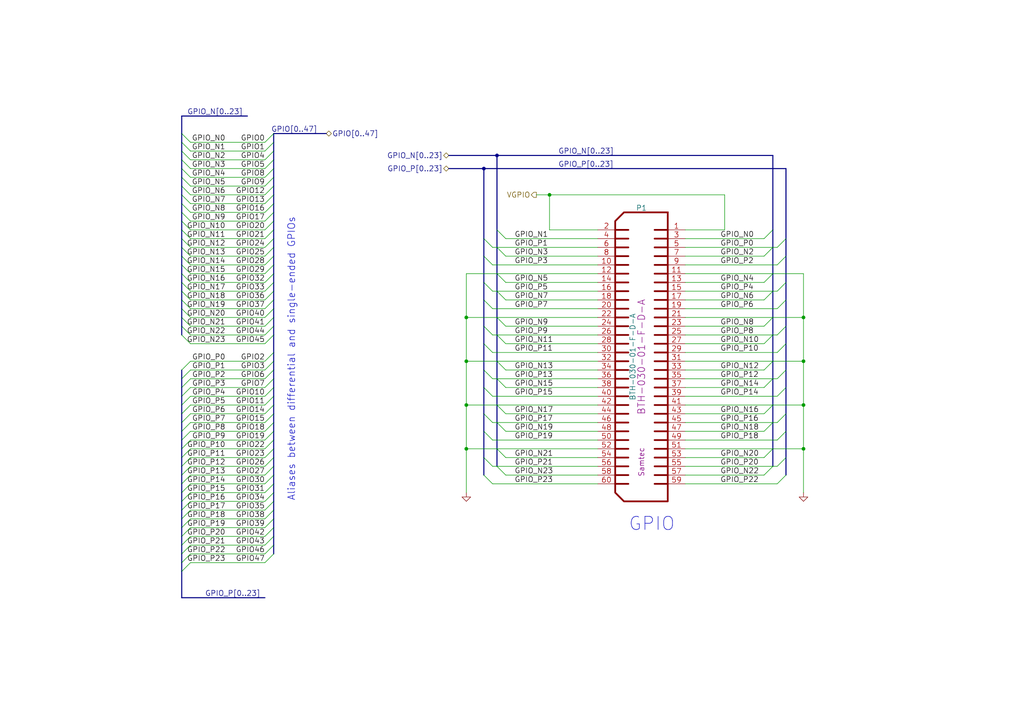
<source format=kicad_sch>
(kicad_sch (version 20211123) (generator eeschema)
  (paper "A4")
  (title_block (title "MPPB01A") (date "09 May 2014") (rev "REV 0.1") (company "ORBISYS www.orbisys.sk") (comment 1 "VERSION 1") (comment 2 "Paralella reduction board") (comment 3 "Maksim Rezenov, Jakub kakona"))
  (lib_symbols
    (symbol "adapteva_kicad:CONN_SAMTEC_BTH_60" (pin_names (offset 0.0254) hide)
      (property "Reference" "P" (at 0 43.18 0))
      (property "Value" "adapteva_kicad_CONN_SAMTEC_BTH_60" (at -2.54 0 90))
      (property "MFRPN" "BTH-030-01-F-D-A" (at 0 0 90))
      (property "Manufacturer" "Samtec" (at 0 -30.48 90))
      (symbol "CONN_SAMTEC_BTH_60_0_1"
        (polyline (pts (xy -3.81 -36.83) (xy -7.62 -36.83)) (stroke (width 0.508)))
        (polyline (pts (xy -3.81 -34.29) (xy -7.62 -34.29)) (stroke (width 0.508)))
        (polyline (pts (xy -3.81 -31.75) (xy -7.62 -31.75)) (stroke (width 0.508)))
        (polyline (pts (xy -3.81 -29.21) (xy -7.62 -29.21)) (stroke (width 0.508)))
        (polyline (pts (xy -3.81 -26.67) (xy -7.62 -26.67)) (stroke (width 0.508)))
        (polyline (pts (xy -3.81 -24.13) (xy -7.62 -24.13)) (stroke (width 0.508)))
        (polyline (pts (xy -3.81 -21.59) (xy -7.62 -21.59)) (stroke (width 0.508)))
        (polyline (pts (xy -3.81 -19.05) (xy -7.62 -19.05)) (stroke (width 0.508)))
        (polyline (pts (xy -3.81 -16.51) (xy -7.62 -16.51)) (stroke (width 0.508)))
        (polyline (pts (xy -3.81 -13.97) (xy -7.62 -13.97)) (stroke (width 0.508)))
        (polyline (pts (xy -3.81 -11.43) (xy -7.62 -11.43)) (stroke (width 0.508)))
        (polyline (pts (xy -3.81 -8.89) (xy -7.62 -8.89)) (stroke (width 0.508)))
        (polyline (pts (xy -3.81 -6.35) (xy -7.62 -6.35)) (stroke (width 0.508)))
        (polyline (pts (xy -3.81 -3.81) (xy -7.62 -3.81)) (stroke (width 0.508)))
        (polyline (pts (xy -3.81 -1.27) (xy -7.62 -1.27)) (stroke (width 0.508)))
        (polyline (pts (xy -3.81 1.27) (xy -7.62 1.27)) (stroke (width 0.508)))
        (polyline (pts (xy -3.81 3.81) (xy -7.62 3.81)) (stroke (width 0.508)))
        (polyline (pts (xy -3.81 6.35) (xy -7.62 6.35)) (stroke (width 0.508)))
        (polyline (pts (xy -3.81 8.89) (xy -7.62 8.89)) (stroke (width 0.508)))
        (polyline (pts (xy -3.81 11.43) (xy -7.62 11.43)) (stroke (width 0.508)))
        (polyline (pts (xy -3.81 13.97) (xy -7.62 13.97)) (stroke (width 0.508)))
        (polyline (pts (xy -3.81 16.51) (xy -7.62 16.51)) (stroke (width 0.508)))
        (polyline (pts (xy -3.81 19.05) (xy -7.62 19.05)) (stroke (width 0.508)))
        (polyline (pts (xy -3.81 21.59) (xy -7.62 21.59)) (stroke (width 0.508)))
        (polyline (pts (xy -3.81 24.13) (xy -7.62 24.13)) (stroke (width 0.508)))
        (polyline (pts (xy -3.81 26.67) (xy -7.62 26.67)) (stroke (width 0.508)))
        (polyline (pts (xy -3.81 29.21) (xy -7.62 29.21)) (stroke (width 0.508)))
        (polyline (pts (xy -3.81 31.75) (xy -7.62 31.75)) (stroke (width 0.508)))
        (polyline (pts (xy -3.81 34.29) (xy -7.62 34.29)) (stroke (width 0.508)))
        (polyline (pts (xy -3.81 36.83) (xy -7.62 36.83)) (stroke (width 0.508)))
        (polyline (pts (xy 7.62 -36.83) (xy 3.81 -36.83)) (stroke (width 0.508)))
        (polyline (pts (xy 7.62 -34.29) (xy 3.81 -34.29)) (stroke (width 0.508)))
        (polyline (pts (xy 7.62 -31.75) (xy 3.81 -31.75)) (stroke (width 0.508)))
        (polyline (pts (xy 7.62 -29.21) (xy 3.81 -29.21)) (stroke (width 0.508)))
        (polyline (pts (xy 7.62 -26.67) (xy 3.81 -26.67)) (stroke (width 0.508)))
        (polyline (pts (xy 7.62 -24.13) (xy 3.81 -24.13)) (stroke (width 0.508)))
        (polyline (pts (xy 7.62 -21.59) (xy 3.81 -21.59)) (stroke (width 0.508)))
        (polyline (pts (xy 7.62 -19.05) (xy 3.81 -19.05)) (stroke (width 0.508)))
        (polyline (pts (xy 7.62 -16.51) (xy 3.81 -16.51)) (stroke (width 0.508)))
        (polyline (pts (xy 7.62 -13.97) (xy 3.81 -13.97)) (stroke (width 0.508)))
        (polyline (pts (xy 7.62 -11.43) (xy 3.81 -11.43)) (stroke (width 0.508)))
        (polyline (pts (xy 7.62 -8.89) (xy 3.81 -8.89)) (stroke (width 0.508)))
        (polyline (pts (xy 7.62 -6.35) (xy 3.81 -6.35)) (stroke (width 0.508)))
        (polyline (pts (xy 7.62 -3.81) (xy 3.81 -3.81)) (stroke (width 0.508)))
        (polyline (pts (xy 7.62 -1.27) (xy 3.81 -1.27)) (stroke (width 0.508)))
        (polyline (pts (xy 7.62 1.27) (xy 3.81 1.27)) (stroke (width 0.508)))
        (polyline (pts (xy 7.62 3.81) (xy 3.81 3.81)) (stroke (width 0.508)))
        (polyline (pts (xy 7.62 6.35) (xy 3.81 6.35)) (stroke (width 0.508)))
        (polyline (pts (xy 7.62 8.89) (xy 3.81 8.89)) (stroke (width 0.508)))
        (polyline (pts (xy 7.62 11.43) (xy 3.81 11.43)) (stroke (width 0.508)))
        (polyline (pts (xy 7.62 13.97) (xy 3.81 13.97)) (stroke (width 0.508)))
        (polyline (pts (xy 7.62 16.51) (xy 3.81 16.51)) (stroke (width 0.508)))
        (polyline (pts (xy 7.62 19.05) (xy 3.81 19.05)) (stroke (width 0.508)))
        (polyline (pts (xy 7.62 21.59) (xy 3.81 21.59)) (stroke (width 0.508)))
        (polyline (pts (xy 7.62 24.13) (xy 3.81 24.13)) (stroke (width 0.508)))
        (polyline (pts (xy 7.62 26.67) (xy 3.81 26.67)) (stroke (width 0.508)))
        (polyline (pts (xy 7.62 29.21) (xy 3.81 29.21)) (stroke (width 0.508)))
        (polyline (pts (xy 7.62 31.75) (xy 3.81 31.75)) (stroke (width 0.508)))
        (polyline (pts (xy 7.62 34.29) (xy 3.81 34.29)) (stroke (width 0.508)))
        (polyline (pts (xy 7.62 36.83) (xy 3.81 36.83)) (stroke (width 0.508)))
        (polyline (pts (xy 7.62 41.91) (xy -5.08 41.91) (xy -7.62 39.37) (xy -7.62 -39.37) (xy -5.08 -41.91) (xy 7.62 -41.91) (xy 7.62 41.91)) (stroke (width 0.508)))
      )
      (symbol "CONN_SAMTEC_BTH_60_1_1"
        (pin passive line (at 12.7 36.83 180) (length 5.08) (name "P1") (number "1"))
        (pin passive line (at -12.7 26.67 0) (length 5.08) (name "P10") (number "10"))
        (pin passive line (at 12.7 24.13 180) (length 5.08) (name "P11") (number "11"))
        (pin passive line (at -12.7 24.13 0) (length 5.08) (name "P12") (number "12"))
        (pin passive line (at 12.7 21.59 180) (length 5.08) (name "P13") (number "13"))
        (pin passive line (at -12.7 21.59 0) (length 5.08) (name "P14") (number "14"))
        (pin passive line (at 12.7 19.05 180) (length 5.08) (name "P15") (number "15"))
        (pin passive line (at -12.7 19.05 0) (length 5.08) (name "P16") (number "16"))
        (pin passive line (at 12.7 16.51 180) (length 5.08) (name "P17") (number "17"))
        (pin passive line (at -12.7 16.51 0) (length 5.08) (name "P18") (number "18"))
        (pin passive line (at 12.7 13.97 180) (length 5.08) (name "P19") (number "19"))
        (pin passive line (at -12.7 36.83 0) (length 5.08) (name "P2") (number "2"))
        (pin passive line (at -12.7 13.97 0) (length 5.08) (name "P20") (number "20"))
        (pin passive line (at 12.7 11.43 180) (length 5.08) (name "P21") (number "21"))
        (pin passive line (at -12.7 11.43 0) (length 5.08) (name "P22") (number "22"))
        (pin passive line (at 12.7 8.89 180) (length 5.08) (name "P23") (number "23"))
        (pin passive line (at -12.7 8.89 0) (length 5.08) (name "P24") (number "24"))
        (pin passive line (at 12.7 6.35 180) (length 5.08) (name "P25") (number "25"))
        (pin passive line (at -12.7 6.35 0) (length 5.08) (name "P26") (number "26"))
        (pin passive line (at 12.7 3.81 180) (length 5.08) (name "P27") (number "27"))
        (pin passive line (at -12.7 3.81 0) (length 5.08) (name "P28") (number "28"))
        (pin passive line (at 12.7 1.27 180) (length 5.08) (name "P29") (number "29"))
        (pin passive line (at 12.7 34.29 180) (length 5.08) (name "P3") (number "3"))
        (pin passive line (at -12.7 1.27 0) (length 5.08) (name "P30") (number "30"))
        (pin passive line (at 12.7 -1.27 180) (length 5.08) (name "P31") (number "31"))
        (pin passive line (at -12.7 -1.27 0) (length 5.08) (name "P32") (number "32"))
        (pin passive line (at 12.7 -3.81 180) (length 5.08) (name "P33") (number "33"))
        (pin passive line (at -12.7 -3.81 0) (length 5.08) (name "P34") (number "34"))
        (pin passive line (at 12.7 -6.35 180) (length 5.08) (name "P35") (number "35"))
        (pin passive line (at -12.7 -6.35 0) (length 5.08) (name "P36") (number "36"))
        (pin passive line (at 12.7 -8.89 180) (length 5.08) (name "P37") (number "37"))
        (pin passive line (at -12.7 -8.89 0) (length 5.08) (name "P38") (number "38"))
        (pin passive line (at 12.7 -11.43 180) (length 5.08) (name "P39") (number "39"))
        (pin passive line (at -12.7 34.29 0) (length 5.08) (name "P4") (number "4"))
        (pin passive line (at -12.7 -11.43 0) (length 5.08) (name "P40") (number "40"))
        (pin passive line (at 12.7 -13.97 180) (length 5.08) (name "P41") (number "41"))
        (pin passive line (at -12.7 -13.97 0) (length 5.08) (name "P42") (number "42"))
        (pin passive line (at 12.7 -16.51 180) (length 5.08) (name "P43") (number "43"))
        (pin passive line (at -12.7 -16.51 0) (length 5.08) (name "P44") (number "44"))
        (pin passive line (at 12.7 -19.05 180) (length 5.08) (name "P45") (number "45"))
        (pin passive line (at -12.7 -19.05 0) (length 5.08) (name "P46") (number "46"))
        (pin passive line (at 12.7 -21.59 180) (length 5.08) (name "P47") (number "47"))
        (pin passive line (at -12.7 -21.59 0) (length 5.08) (name "P48") (number "48"))
        (pin passive line (at 12.7 -24.13 180) (length 5.08) (name "P49") (number "49"))
        (pin passive line (at 12.7 31.75 180) (length 5.08) (name "P5") (number "5"))
        (pin passive line (at -12.7 -24.13 0) (length 5.08) (name "P50") (number "50"))
        (pin passive line (at 12.7 -26.67 180) (length 5.08) (name "P51") (number "51"))
        (pin passive line (at -12.7 -26.67 0) (length 5.08) (name "P52") (number "52"))
        (pin passive line (at 12.7 -29.21 180) (length 5.08) (name "P53") (number "53"))
        (pin passive line (at -12.7 -29.21 0) (length 5.08) (name "P54") (number "54"))
        (pin passive line (at 12.7 -31.75 180) (length 5.08) (name "P55") (number "55"))
        (pin passive line (at -12.7 -31.75 0) (length 5.08) (name "P56") (number "56"))
        (pin passive line (at 12.7 -34.29 180) (length 5.08) (name "P57") (number "57"))
        (pin passive line (at -12.7 -34.29 0) (length 5.08) (name "P58") (number "58"))
        (pin passive line (at 12.7 -36.83 180) (length 5.08) (name "P59") (number "59"))
        (pin passive line (at -12.7 31.75 0) (length 5.08) (name "P6") (number "6"))
        (pin passive line (at -12.7 -36.83 0) (length 5.08) (name "P60") (number "60"))
        (pin passive line (at 12.7 29.21 180) (length 5.08) (name "P7") (number "7"))
        (pin passive line (at -12.7 29.21 0) (length 5.08) (name "P8") (number "8"))
        (pin passive line (at 12.7 26.67 180) (length 5.08) (name "P9") (number "9"))
      )
    )
    (symbol "paracard-template-rescue:GND-power" (power) (pin_names (offset 0))
      (property "Value" "GND-power" (at 0 -3.81 0))
      (symbol "GND-power_0_1"
        (polyline (pts (xy 0 0) (xy 0 -1.27) (xy 1.27 -1.27) (xy 0 -2.54) (xy -1.27 -1.27) (xy 0 -1.27)))
      )
      (symbol "GND-power_1_1"
        (pin power_in line (at 0 0 270) (length 0) hide (name "GND") (number "1"))
      )
    )
  )
  (junction (at 233.045 104.775))
  (junction (at 135.255 92.075))
  (junction (at 135.255 104.775))
  (junction (at 135.255 130.175))
  (junction (at 135.255 117.475))
  (junction (at 233.045 92.075))
  (junction (at 159.385 56.515))
  (junction (at 233.045 130.175))
  (junction (at 140.335 48.895))
  (junction (at 144.145 45.085))
  (junction (at 233.045 117.475))
  (bus_entry (at 144.145 135.255) (size 2.54 2.54))
  (bus_entry (at 52.705 117.475) (size 2.54 -2.54))
  (bus_entry (at 140.335 99.695) (size 2.54 2.54))
  (bus_entry (at 76.835 130.175) (size 2.54 -2.54))
  (bus_entry (at 76.835 71.755) (size 2.54 -2.54))
  (bus_entry (at 76.835 120.015) (size 2.54 -2.54))
  (bus_entry (at 225.425 97.155) (size 2.54 -2.54))
  (bus_entry (at 52.705 84.455) (size 2.54 2.54))
  (bus_entry (at 52.705 145.415) (size 2.54 -2.54))
  (bus_entry (at 76.835 43.815) (size 2.54 -2.54))
  (bus_entry (at 225.425 109.855) (size 2.54 -2.54))
  (bus_entry (at 76.835 158.115) (size 2.54 -2.54))
  (bus_entry (at 76.835 155.575) (size 2.54 -2.54))
  (bus_entry (at 52.705 38.735) (size 2.54 2.54))
  (bus_entry (at 52.705 120.015) (size 2.54 -2.54))
  (bus_entry (at 76.835 127.635) (size 2.54 -2.54))
  (bus_entry (at 221.615 120.015) (size 2.54 -2.54))
  (bus_entry (at 76.835 99.695) (size 2.54 -2.54))
  (bus_entry (at 52.705 86.995) (size 2.54 2.54))
  (bus_entry (at 76.835 125.095) (size 2.54 -2.54))
  (bus_entry (at 76.835 56.515) (size 2.54 -2.54))
  (bus_entry (at 140.335 132.715) (size 2.54 2.54))
  (bus_entry (at 144.145 104.775) (size 2.54 2.54))
  (bus_entry (at 52.705 59.055) (size 2.54 2.54))
  (bus_entry (at 144.145 79.375) (size 2.54 2.54))
  (bus_entry (at 76.835 107.315) (size 2.54 -2.54))
  (bus_entry (at 76.835 51.435) (size 2.54 -2.54))
  (bus_entry (at 221.615 125.095) (size 2.54 -2.54))
  (bus_entry (at 52.705 51.435) (size 2.54 2.54))
  (bus_entry (at 144.145 97.155) (size 2.54 2.54))
  (bus_entry (at 76.835 64.135) (size 2.54 -2.54))
  (bus_entry (at 76.835 53.975) (size 2.54 -2.54))
  (bus_entry (at 76.835 61.595) (size 2.54 -2.54))
  (bus_entry (at 225.425 114.935) (size 2.54 -2.54))
  (bus_entry (at 52.705 76.835) (size 2.54 2.54))
  (bus_entry (at 76.835 69.215) (size 2.54 -2.54))
  (bus_entry (at 52.705 64.135) (size 2.54 2.54))
  (bus_entry (at 144.145 130.175) (size 2.54 2.54))
  (bus_entry (at 52.705 41.275) (size 2.54 2.54))
  (bus_entry (at 221.615 137.795) (size 2.54 -2.54))
  (bus_entry (at 76.835 142.875) (size 2.54 -2.54))
  (bus_entry (at 140.335 112.395) (size 2.54 2.54))
  (bus_entry (at 52.705 53.975) (size 2.54 2.54))
  (bus_entry (at 76.835 41.275) (size 2.54 -2.54))
  (bus_entry (at 76.835 112.395) (size 2.54 -2.54))
  (bus_entry (at 221.615 112.395) (size 2.54 -2.54))
  (bus_entry (at 52.705 158.115) (size 2.54 -2.54))
  (bus_entry (at 76.835 86.995) (size 2.54 -2.54))
  (bus_entry (at 52.705 48.895) (size 2.54 2.54))
  (bus_entry (at 225.425 76.835) (size 2.54 -2.54))
  (bus_entry (at 76.835 163.195) (size 2.54 -2.54))
  (bus_entry (at 76.835 114.935) (size 2.54 -2.54))
  (bus_entry (at 52.705 132.715) (size 2.54 -2.54))
  (bus_entry (at 52.705 160.655) (size 2.54 -2.54))
  (bus_entry (at 52.705 142.875) (size 2.54 -2.54))
  (bus_entry (at 225.425 122.555) (size 2.54 -2.54))
  (bus_entry (at 52.705 69.215) (size 2.54 2.54))
  (bus_entry (at 144.145 122.555) (size 2.54 2.54))
  (bus_entry (at 52.705 79.375) (size 2.54 2.54))
  (bus_entry (at 221.615 99.695) (size 2.54 -2.54))
  (bus_entry (at 52.705 94.615) (size 2.54 2.54))
  (bus_entry (at 52.705 165.735) (size 2.54 -2.54))
  (bus_entry (at 144.145 84.455) (size 2.54 2.54))
  (bus_entry (at 76.835 74.295) (size 2.54 -2.54))
  (bus_entry (at 140.335 74.295) (size 2.54 2.54))
  (bus_entry (at 76.835 76.835) (size 2.54 -2.54))
  (bus_entry (at 76.835 94.615) (size 2.54 -2.54))
  (bus_entry (at 76.835 59.055) (size 2.54 -2.54))
  (bus_entry (at 76.835 109.855) (size 2.54 -2.54))
  (bus_entry (at 221.615 81.915) (size 2.54 -2.54))
  (bus_entry (at 140.335 137.795) (size 2.54 2.54))
  (bus_entry (at 52.705 107.315) (size 2.54 -2.54))
  (bus_entry (at 76.835 132.715) (size 2.54 -2.54))
  (bus_entry (at 140.335 81.915) (size 2.54 2.54))
  (bus_entry (at 76.835 66.675) (size 2.54 -2.54))
  (bus_entry (at 52.705 150.495) (size 2.54 -2.54))
  (bus_entry (at 52.705 125.095) (size 2.54 -2.54))
  (bus_entry (at 76.835 92.075) (size 2.54 -2.54))
  (bus_entry (at 225.425 84.455) (size 2.54 -2.54))
  (bus_entry (at 52.705 81.915) (size 2.54 2.54))
  (bus_entry (at 52.705 109.855) (size 2.54 -2.54))
  (bus_entry (at 52.705 147.955) (size 2.54 -2.54))
  (bus_entry (at 144.145 66.675) (size 2.54 2.54))
  (bus_entry (at 52.705 127.635) (size 2.54 -2.54))
  (bus_entry (at 76.835 104.775) (size 2.54 -2.54))
  (bus_entry (at 76.835 153.035) (size 2.54 -2.54))
  (bus_entry (at 52.705 155.575) (size 2.54 -2.54))
  (bus_entry (at 144.145 71.755) (size 2.54 2.54))
  (bus_entry (at 144.145 117.475) (size 2.54 2.54))
  (bus_entry (at 52.705 46.355) (size 2.54 2.54))
  (bus_entry (at 225.425 135.255) (size 2.54 -2.54))
  (bus_entry (at 221.615 86.995) (size 2.54 -2.54))
  (bus_entry (at 76.835 46.355) (size 2.54 -2.54))
  (bus_entry (at 221.615 94.615) (size 2.54 -2.54))
  (bus_entry (at 76.835 135.255) (size 2.54 -2.54))
  (bus_entry (at 140.335 125.095) (size 2.54 2.54))
  (bus_entry (at 76.835 79.375) (size 2.54 -2.54))
  (bus_entry (at 140.335 107.315) (size 2.54 2.54))
  (bus_entry (at 52.705 74.295) (size 2.54 2.54))
  (bus_entry (at 52.705 97.155) (size 2.54 2.54))
  (bus_entry (at 225.425 140.335) (size 2.54 -2.54))
  (bus_entry (at 52.705 112.395) (size 2.54 -2.54))
  (bus_entry (at 76.835 89.535) (size 2.54 -2.54))
  (bus_entry (at 76.835 140.335) (size 2.54 -2.54))
  (bus_entry (at 52.705 61.595) (size 2.54 2.54))
  (bus_entry (at 225.425 127.635) (size 2.54 -2.54))
  (bus_entry (at 52.705 43.815) (size 2.54 2.54))
  (bus_entry (at 76.835 48.895) (size 2.54 -2.54))
  (bus_entry (at 76.835 145.415) (size 2.54 -2.54))
  (bus_entry (at 140.335 69.215) (size 2.54 2.54))
  (bus_entry (at 52.705 153.035) (size 2.54 -2.54))
  (bus_entry (at 52.705 89.535) (size 2.54 2.54))
  (bus_entry (at 140.335 120.015) (size 2.54 2.54))
  (bus_entry (at 52.705 135.255) (size 2.54 -2.54))
  (bus_entry (at 76.835 137.795) (size 2.54 -2.54))
  (bus_entry (at 52.705 66.675) (size 2.54 2.54))
  (bus_entry (at 52.705 122.555) (size 2.54 -2.54))
  (bus_entry (at 225.425 102.235) (size 2.54 -2.54))
  (bus_entry (at 76.835 150.495) (size 2.54 -2.54))
  (bus_entry (at 76.835 84.455) (size 2.54 -2.54))
  (bus_entry (at 52.705 56.515) (size 2.54 2.54))
  (bus_entry (at 76.835 117.475) (size 2.54 -2.54))
  (bus_entry (at 221.615 69.215) (size 2.54 -2.54))
  (bus_entry (at 225.425 71.755) (size 2.54 -2.54))
  (bus_entry (at 76.835 122.555) (size 2.54 -2.54))
  (bus_entry (at 52.705 71.755) (size 2.54 2.54))
  (bus_entry (at 76.835 81.915) (size 2.54 -2.54))
  (bus_entry (at 76.835 160.655) (size 2.54 -2.54))
  (bus_entry (at 140.335 86.995) (size 2.54 2.54))
  (bus_entry (at 52.705 163.195) (size 2.54 -2.54))
  (bus_entry (at 52.705 130.175) (size 2.54 -2.54))
  (bus_entry (at 144.145 92.075) (size 2.54 2.54))
  (bus_entry (at 221.615 132.715) (size 2.54 -2.54))
  (bus_entry (at 76.835 147.955) (size 2.54 -2.54))
  (bus_entry (at 52.705 114.935) (size 2.54 -2.54))
  (bus_entry (at 144.145 109.855) (size 2.54 2.54))
  (bus_entry (at 52.705 137.795) (size 2.54 -2.54))
  (bus_entry (at 76.835 97.155) (size 2.54 -2.54))
  (bus_entry (at 52.705 92.075) (size 2.54 2.54))
  (bus_entry (at 221.615 74.295) (size 2.54 -2.54))
  (bus_entry (at 140.335 94.615) (size 2.54 2.54))
  (bus_entry (at 221.615 107.315) (size 2.54 -2.54))
  (bus_entry (at 52.705 140.335) (size 2.54 -2.54))
  (bus_entry (at 225.425 89.535) (size 2.54 -2.54))
  (bus (pts (xy 79.375 142.875) (xy 79.375 145.415)))
  (wire (pts (xy 55.245 135.255) (xy 76.835 135.255)))
  (wire (pts (xy 55.245 109.855) (xy 76.835 109.855)))
  (wire (pts (xy 198.755 122.555) (xy 224.155 122.555)))
  (wire (pts (xy 198.755 74.295) (xy 221.615 74.295)))
  (bus (pts (xy 227.965 74.295) (xy 227.965 81.915)))
  (bus (pts (xy 227.965 69.215) (xy 227.965 74.295)))
  (bus (pts (xy 79.375 38.735) (xy 79.375 41.275)))
  (bus (pts (xy 79.375 71.755) (xy 79.375 74.295)))
  (wire (pts (xy 142.875 97.155) (xy 144.145 97.155)))
  (wire (pts (xy 135.255 79.375) (xy 144.145 79.375)))
  (wire (pts (xy 144.145 109.855) (xy 173.355 109.855)))
  (wire (pts (xy 55.245 163.195) (xy 76.835 163.195)))
  (bus (pts (xy 144.145 122.555) (xy 144.145 130.175)))
  (bus (pts (xy 79.375 120.015) (xy 79.375 122.555)))
  (bus (pts (xy 227.965 120.015) (xy 227.965 125.095)))
  (bus (pts (xy 52.705 107.315) (xy 52.705 109.855)))
  (wire (pts (xy 198.755 102.235) (xy 225.425 102.235)))
  (bus (pts (xy 79.375 59.055) (xy 79.375 61.595)))
  (bus (pts (xy 79.375 132.715) (xy 79.375 135.255)))
  (wire (pts (xy 224.155 84.455) (xy 225.425 84.455)))
  (wire (pts (xy 144.145 122.555) (xy 173.355 122.555)))
  (wire (pts (xy 144.145 97.155) (xy 173.355 97.155)))
  (bus (pts (xy 79.375 66.675) (xy 79.375 69.215)))
  (wire (pts (xy 146.685 112.395) (xy 173.355 112.395)))
  (bus (pts (xy 224.155 117.475) (xy 224.155 122.555)))
  (bus (pts (xy 79.375 137.795) (xy 79.375 140.335)))
  (bus (pts (xy 79.375 122.555) (xy 79.375 125.095)))
  (wire (pts (xy 198.755 97.155) (xy 224.155 97.155)))
  (wire (pts (xy 135.255 130.175) (xy 144.145 130.175)))
  (bus (pts (xy 140.335 69.215) (xy 140.335 74.295)))
  (wire (pts (xy 173.355 89.535) (xy 142.875 89.535)))
  (bus (pts (xy 144.145 45.085) (xy 144.145 66.675)))
  (bus (pts (xy 52.705 132.715) (xy 52.705 135.255)))
  (bus (pts (xy 79.375 94.615) (xy 79.375 97.155)))
  (bus (pts (xy 52.705 84.455) (xy 52.705 86.995)))
  (bus (pts (xy 130.175 48.895) (xy 140.335 48.895)))
  (bus (pts (xy 79.375 153.035) (xy 79.375 155.575)))
  (wire (pts (xy 146.685 99.695) (xy 173.355 99.695)))
  (wire (pts (xy 55.245 114.935) (xy 76.835 114.935)))
  (bus (pts (xy 79.375 92.075) (xy 79.375 94.615)))
  (wire (pts (xy 142.875 135.255) (xy 144.145 135.255)))
  (bus (pts (xy 224.155 71.755) (xy 224.155 79.375)))
  (bus (pts (xy 52.705 155.575) (xy 52.705 158.115)))
  (bus (pts (xy 52.705 76.835) (xy 52.705 79.375)))
  (wire (pts (xy 224.155 135.255) (xy 225.425 135.255)))
  (wire (pts (xy 55.245 81.915) (xy 76.835 81.915)))
  (bus (pts (xy 79.375 74.295) (xy 79.375 76.835)))
  (wire (pts (xy 159.385 56.515) (xy 210.185 56.515)))
  (wire (pts (xy 144.145 130.175) (xy 173.355 130.175)))
  (wire (pts (xy 144.145 135.255) (xy 173.355 135.255)))
  (wire (pts (xy 55.245 51.435) (xy 76.835 51.435)))
  (bus (pts (xy 144.145 66.675) (xy 144.145 71.755)))
  (bus (pts (xy 52.705 150.495) (xy 52.705 153.035)))
  (bus (pts (xy 52.705 173.355) (xy 76.835 173.355)))
  (wire (pts (xy 173.355 69.215) (xy 146.685 69.215)))
  (wire (pts (xy 198.755 130.175) (xy 224.155 130.175)))
  (bus (pts (xy 52.705 137.795) (xy 52.705 140.335)))
  (bus (pts (xy 52.705 135.255) (xy 52.705 137.795)))
  (wire (pts (xy 55.245 59.055) (xy 76.835 59.055)))
  (wire (pts (xy 159.385 66.675) (xy 159.385 56.515)))
  (bus (pts (xy 52.705 114.935) (xy 52.705 117.475)))
  (wire (pts (xy 55.245 46.355) (xy 76.835 46.355)))
  (wire (pts (xy 55.245 107.315) (xy 76.835 107.315)))
  (wire (pts (xy 55.245 137.795) (xy 76.835 137.795)))
  (bus (pts (xy 144.145 71.755) (xy 144.145 79.375)))
  (bus (pts (xy 79.375 81.915) (xy 79.375 84.455)))
  (wire (pts (xy 146.685 86.995) (xy 173.355 86.995)))
  (wire (pts (xy 55.245 150.495) (xy 76.835 150.495)))
  (wire (pts (xy 55.245 97.155) (xy 76.835 97.155)))
  (wire (pts (xy 144.145 104.775) (xy 173.355 104.775)))
  (bus (pts (xy 224.155 45.085) (xy 224.155 66.675)))
  (wire (pts (xy 224.155 92.075) (xy 233.045 92.075)))
  (wire (pts (xy 135.255 117.475) (xy 144.145 117.475)))
  (wire (pts (xy 55.245 140.335) (xy 76.835 140.335)))
  (wire (pts (xy 55.245 61.595) (xy 76.835 61.595)))
  (bus (pts (xy 140.335 81.915) (xy 140.335 86.995)))
  (bus (pts (xy 79.375 145.415) (xy 79.375 147.955)))
  (wire (pts (xy 233.045 117.475) (xy 233.045 130.175)))
  (wire (pts (xy 198.755 84.455) (xy 224.155 84.455)))
  (bus (pts (xy 52.705 59.055) (xy 52.705 61.595)))
  (wire (pts (xy 146.685 81.915) (xy 173.355 81.915)))
  (wire (pts (xy 55.245 69.215) (xy 76.835 69.215)))
  (bus (pts (xy 52.705 109.855) (xy 52.705 112.395)))
  (wire (pts (xy 198.755 86.995) (xy 221.615 86.995)))
  (wire (pts (xy 55.245 104.775) (xy 76.835 104.775)))
  (bus (pts (xy 79.375 155.575) (xy 79.375 158.115)))
  (bus (pts (xy 227.965 99.695) (xy 227.965 107.315)))
  (bus (pts (xy 52.705 92.075) (xy 52.705 94.615)))
  (bus (pts (xy 224.155 84.455) (xy 224.155 92.075)))
  (bus (pts (xy 140.335 74.295) (xy 140.335 81.915)))
  (wire (pts (xy 135.255 79.375) (xy 135.255 92.075)))
  (wire (pts (xy 210.185 56.515) (xy 210.185 66.675)))
  (wire (pts (xy 55.245 117.475) (xy 76.835 117.475)))
  (bus (pts (xy 79.375 117.475) (xy 79.375 120.015)))
  (bus (pts (xy 227.965 112.395) (xy 227.965 120.015)))
  (bus (pts (xy 52.705 71.755) (xy 52.705 74.295)))
  (wire (pts (xy 198.755 79.375) (xy 224.155 79.375)))
  (wire (pts (xy 144.145 71.755) (xy 173.355 71.755)))
  (wire (pts (xy 55.245 130.175) (xy 76.835 130.175)))
  (wire (pts (xy 198.755 81.915) (xy 221.615 81.915)))
  (bus (pts (xy 79.375 109.855) (xy 79.375 112.395)))
  (bus (pts (xy 52.705 66.675) (xy 52.705 69.215)))
  (bus (pts (xy 227.965 94.615) (xy 227.965 99.695)))
  (bus (pts (xy 79.375 127.635) (xy 79.375 130.175)))
  (bus (pts (xy 224.155 79.375) (xy 224.155 84.455)))
  (wire (pts (xy 146.685 125.095) (xy 173.355 125.095)))
  (wire (pts (xy 55.245 89.535) (xy 76.835 89.535)))
  (wire (pts (xy 198.755 125.095) (xy 221.615 125.095)))
  (bus (pts (xy 227.965 125.095) (xy 227.965 132.715)))
  (bus (pts (xy 79.375 38.735) (xy 94.615 38.735)))
  (wire (pts (xy 233.045 130.175) (xy 233.045 142.875)))
  (bus (pts (xy 52.705 51.435) (xy 52.705 53.975)))
  (wire (pts (xy 142.875 84.455) (xy 144.145 84.455)))
  (bus (pts (xy 144.145 84.455) (xy 144.145 92.075)))
  (wire (pts (xy 159.385 66.675) (xy 173.355 66.675)))
  (wire (pts (xy 55.245 74.295) (xy 76.835 74.295)))
  (wire (pts (xy 224.155 79.375) (xy 233.045 79.375)))
  (bus (pts (xy 224.155 122.555) (xy 224.155 130.175)))
  (wire (pts (xy 55.245 122.555) (xy 76.835 122.555)))
  (wire (pts (xy 55.245 147.955) (xy 76.835 147.955)))
  (wire (pts (xy 55.245 53.975) (xy 76.835 53.975)))
  (wire (pts (xy 55.245 99.695) (xy 76.835 99.695)))
  (wire (pts (xy 55.245 120.015) (xy 76.835 120.015)))
  (wire (pts (xy 55.245 112.395) (xy 76.835 112.395)))
  (wire (pts (xy 135.255 104.775) (xy 144.145 104.775)))
  (bus (pts (xy 79.375 130.175) (xy 79.375 132.715)))
  (bus (pts (xy 79.375 135.255) (xy 79.375 137.795)))
  (bus (pts (xy 52.705 117.475) (xy 52.705 120.015)))
  (bus (pts (xy 52.705 86.995) (xy 52.705 89.535)))
  (bus (pts (xy 79.375 48.895) (xy 79.375 51.435)))
  (bus (pts (xy 52.705 43.815) (xy 52.705 46.355)))
  (wire (pts (xy 146.685 137.795) (xy 173.355 137.795)))
  (wire (pts (xy 233.045 104.775) (xy 233.045 117.475)))
  (wire (pts (xy 198.755 107.315) (xy 221.615 107.315)))
  (bus (pts (xy 144.145 92.075) (xy 144.145 97.155)))
  (bus (pts (xy 52.705 33.655) (xy 71.755 33.655)))
  (wire (pts (xy 135.255 104.775) (xy 135.255 117.475)))
  (bus (pts (xy 227.965 81.915) (xy 227.965 86.995)))
  (wire (pts (xy 55.245 125.095) (xy 76.835 125.095)))
  (wire (pts (xy 55.245 145.415) (xy 76.835 145.415)))
  (bus (pts (xy 79.375 125.095) (xy 79.375 127.635)))
  (wire (pts (xy 135.255 130.175) (xy 135.255 142.875)))
  (wire (pts (xy 198.755 76.835) (xy 225.425 76.835)))
  (bus (pts (xy 79.375 102.235) (xy 79.375 104.775)))
  (bus (pts (xy 52.705 140.335) (xy 52.705 142.875)))
  (wire (pts (xy 198.755 99.695) (xy 221.615 99.695)))
  (bus (pts (xy 52.705 147.955) (xy 52.705 150.495)))
  (wire (pts (xy 146.685 120.015) (xy 173.355 120.015)))
  (bus (pts (xy 224.155 130.175) (xy 224.155 135.255)))
  (wire (pts (xy 233.045 79.375) (xy 233.045 92.075)))
  (wire (pts (xy 146.685 94.615) (xy 173.355 94.615)))
  (bus (pts (xy 140.335 125.095) (xy 140.335 132.715)))
  (wire (pts (xy 198.755 71.755) (xy 224.155 71.755)))
  (bus (pts (xy 79.375 104.775) (xy 79.375 107.315)))
  (bus (pts (xy 227.965 132.715) (xy 227.965 137.795)))
  (wire (pts (xy 155.575 56.515) (xy 159.385 56.515)))
  (bus (pts (xy 52.705 112.395) (xy 52.705 114.935)))
  (bus (pts (xy 52.705 122.555) (xy 52.705 125.095)))
  (bus (pts (xy 227.965 86.995) (xy 227.965 94.615)))
  (wire (pts (xy 173.355 127.635) (xy 142.875 127.635)))
  (wire (pts (xy 55.245 79.375) (xy 76.835 79.375)))
  (wire (pts (xy 224.155 109.855) (xy 225.425 109.855)))
  (bus (pts (xy 79.375 61.595) (xy 79.375 64.135)))
  (wire (pts (xy 142.875 122.555) (xy 144.145 122.555)))
  (wire (pts (xy 146.685 74.295) (xy 173.355 74.295)))
  (bus (pts (xy 144.145 45.085) (xy 224.155 45.085)))
  (wire (pts (xy 135.255 92.075) (xy 135.255 104.775)))
  (wire (pts (xy 198.755 140.335) (xy 225.425 140.335)))
  (bus (pts (xy 52.705 89.535) (xy 52.705 92.075)))
  (bus (pts (xy 79.375 158.115) (xy 79.375 160.655)))
  (wire (pts (xy 55.245 76.835) (xy 76.835 76.835)))
  (bus (pts (xy 144.145 117.475) (xy 144.145 122.555)))
  (bus (pts (xy 52.705 145.415) (xy 52.705 147.955)))
  (wire (pts (xy 224.155 104.775) (xy 233.045 104.775)))
  (wire (pts (xy 146.685 132.715) (xy 173.355 132.715)))
  (bus (pts (xy 52.705 153.035) (xy 52.705 155.575)))
  (wire (pts (xy 144.145 84.455) (xy 173.355 84.455)))
  (wire (pts (xy 198.755 135.255) (xy 224.155 135.255)))
  (wire (pts (xy 233.045 92.075) (xy 233.045 104.775)))
  (wire (pts (xy 55.245 127.635) (xy 76.835 127.635)))
  (wire (pts (xy 55.245 153.035) (xy 76.835 153.035)))
  (bus (pts (xy 140.335 132.715) (xy 140.335 137.795)))
  (wire (pts (xy 55.245 86.995) (xy 76.835 86.995)))
  (wire (pts (xy 198.755 112.395) (xy 221.615 112.395)))
  (wire (pts (xy 198.755 69.215) (xy 221.615 69.215)))
  (wire (pts (xy 55.245 48.895) (xy 76.835 48.895)))
  (bus (pts (xy 224.155 97.155) (xy 224.155 104.775)))
  (wire (pts (xy 173.355 76.835) (xy 142.875 76.835)))
  (bus (pts (xy 52.705 120.015) (xy 52.705 122.555)))
  (wire (pts (xy 55.245 56.515) (xy 76.835 56.515)))
  (wire (pts (xy 198.755 92.075) (xy 224.155 92.075)))
  (bus (pts (xy 79.375 89.535) (xy 79.375 92.075)))
  (wire (pts (xy 142.875 71.755) (xy 144.145 71.755)))
  (bus (pts (xy 52.705 46.355) (xy 52.705 48.895)))
  (bus (pts (xy 52.705 163.195) (xy 52.705 165.735)))
  (wire (pts (xy 224.155 130.175) (xy 233.045 130.175)))
  (bus (pts (xy 79.375 107.315) (xy 79.375 109.855)))
  (bus (pts (xy 52.705 130.175) (xy 52.705 132.715)))
  (bus (pts (xy 227.965 107.315) (xy 227.965 112.395)))
  (bus (pts (xy 79.375 97.155) (xy 79.375 102.235)))
  (bus (pts (xy 144.145 79.375) (xy 144.145 84.455)))
  (bus (pts (xy 52.705 125.095) (xy 52.705 127.635)))
  (bus (pts (xy 79.375 86.995) (xy 79.375 89.535)))
  (bus (pts (xy 140.335 107.315) (xy 140.335 112.395)))
  (bus (pts (xy 79.375 46.355) (xy 79.375 48.895)))
  (bus (pts (xy 52.705 69.215) (xy 52.705 71.755)))
  (bus (pts (xy 79.375 53.975) (xy 79.375 56.515)))
  (wire (pts (xy 144.145 117.475) (xy 173.355 117.475)))
  (bus (pts (xy 140.335 99.695) (xy 140.335 107.315)))
  (wire (pts (xy 173.355 102.235) (xy 142.875 102.235)))
  (bus (pts (xy 52.705 41.275) (xy 52.705 43.815)))
  (bus (pts (xy 79.375 114.935) (xy 79.375 117.475)))
  (wire (pts (xy 144.145 79.375) (xy 173.355 79.375)))
  (bus (pts (xy 227.965 48.895) (xy 227.965 69.215)))
  (wire (pts (xy 198.755 132.715) (xy 221.615 132.715)))
  (bus (pts (xy 144.145 104.775) (xy 144.145 109.855)))
  (bus (pts (xy 79.375 69.215) (xy 79.375 71.755)))
  (wire (pts (xy 55.245 132.715) (xy 76.835 132.715)))
  (wire (pts (xy 55.245 158.115) (xy 76.835 158.115)))
  (bus (pts (xy 224.155 104.775) (xy 224.155 109.855)))
  (wire (pts (xy 224.155 122.555) (xy 225.425 122.555)))
  (bus (pts (xy 224.155 92.075) (xy 224.155 97.155)))
  (bus (pts (xy 140.335 86.995) (xy 140.335 94.615)))
  (bus (pts (xy 52.705 33.655) (xy 52.705 38.735)))
  (bus (pts (xy 52.705 158.115) (xy 52.705 160.655)))
  (wire (pts (xy 55.245 64.135) (xy 76.835 64.135)))
  (bus (pts (xy 79.375 147.955) (xy 79.375 150.495)))
  (bus (pts (xy 52.705 38.735) (xy 52.705 41.275)))
  (bus (pts (xy 224.155 66.675) (xy 224.155 71.755)))
  (bus (pts (xy 144.145 97.155) (xy 144.145 104.775)))
  (bus (pts (xy 79.375 150.495) (xy 79.375 153.035)))
  (wire (pts (xy 198.755 114.935) (xy 225.425 114.935)))
  (wire (pts (xy 173.355 114.935) (xy 142.875 114.935)))
  (bus (pts (xy 79.375 41.275) (xy 79.375 43.815)))
  (bus (pts (xy 52.705 79.375) (xy 52.705 81.915)))
  (wire (pts (xy 55.245 41.275) (xy 76.835 41.275)))
  (wire (pts (xy 55.245 94.615) (xy 76.835 94.615)))
  (wire (pts (xy 198.755 66.675) (xy 210.185 66.675)))
  (bus (pts (xy 52.705 142.875) (xy 52.705 145.415)))
  (bus (pts (xy 79.375 112.395) (xy 79.375 114.935)))
  (bus (pts (xy 79.375 64.135) (xy 79.375 66.675)))
  (wire (pts (xy 224.155 117.475) (xy 233.045 117.475)))
  (wire (pts (xy 55.245 84.455) (xy 76.835 84.455)))
  (wire (pts (xy 224.155 97.155) (xy 225.425 97.155)))
  (bus (pts (xy 140.335 48.895) (xy 140.335 69.215)))
  (wire (pts (xy 55.245 71.755) (xy 76.835 71.755)))
  (bus (pts (xy 79.375 84.455) (xy 79.375 86.995)))
  (bus (pts (xy 52.705 94.615) (xy 52.705 97.155)))
  (bus (pts (xy 52.705 48.895) (xy 52.705 51.435)))
  (wire (pts (xy 173.355 140.335) (xy 142.875 140.335)))
  (bus (pts (xy 52.705 64.135) (xy 52.705 66.675)))
  (bus (pts (xy 52.705 165.735) (xy 52.705 173.355)))
  (bus (pts (xy 140.335 94.615) (xy 140.335 99.695)))
  (wire (pts (xy 146.685 107.315) (xy 173.355 107.315)))
  (bus (pts (xy 140.335 120.015) (xy 140.335 125.095)))
  (wire (pts (xy 198.755 120.015) (xy 221.615 120.015)))
  (bus (pts (xy 52.705 53.975) (xy 52.705 56.515)))
  (wire (pts (xy 198.755 104.775) (xy 224.155 104.775)))
  (bus (pts (xy 52.705 74.295) (xy 52.705 76.835)))
  (wire (pts (xy 198.755 117.475) (xy 224.155 117.475)))
  (wire (pts (xy 55.245 160.655) (xy 76.835 160.655)))
  (bus (pts (xy 79.375 76.835) (xy 79.375 79.375)))
  (bus (pts (xy 140.335 112.395) (xy 140.335 120.015)))
  (bus (pts (xy 79.375 56.515) (xy 79.375 59.055)))
  (wire (pts (xy 55.245 43.815) (xy 76.835 43.815)))
  (wire (pts (xy 198.755 137.795) (xy 221.615 137.795)))
  (bus (pts (xy 52.705 127.635) (xy 52.705 130.175)))
  (bus (pts (xy 140.335 48.895) (xy 227.965 48.895)))
  (wire (pts (xy 198.755 109.855) (xy 224.155 109.855)))
  (wire (pts (xy 144.145 92.075) (xy 173.355 92.075)))
  (wire (pts (xy 198.755 94.615) (xy 221.615 94.615)))
  (wire (pts (xy 55.245 66.675) (xy 76.835 66.675)))
  (wire (pts (xy 55.245 142.875) (xy 76.835 142.875)))
  (wire (pts (xy 224.155 71.755) (xy 225.425 71.755)))
  (bus (pts (xy 52.705 56.515) (xy 52.705 59.055)))
  (bus (pts (xy 79.375 43.815) (xy 79.375 46.355)))
  (bus (pts (xy 52.705 61.595) (xy 52.705 64.135)))
  (wire (pts (xy 198.755 89.535) (xy 225.425 89.535)))
  (bus (pts (xy 130.175 45.085) (xy 144.145 45.085)))
  (bus (pts (xy 224.155 109.855) (xy 224.155 117.475)))
  (bus (pts (xy 79.375 51.435) (xy 79.375 53.975)))
  (bus (pts (xy 79.375 79.375) (xy 79.375 81.915)))
  (wire (pts (xy 135.255 117.475) (xy 135.255 130.175)))
  (wire (pts (xy 135.255 92.075) (xy 144.145 92.075)))
  (bus (pts (xy 52.705 160.655) (xy 52.705 163.195)))
  (bus (pts (xy 79.375 140.335) (xy 79.375 142.875)))
  (bus (pts (xy 52.705 81.915) (xy 52.705 84.455)))
  (wire (pts (xy 55.245 155.575) (xy 76.835 155.575)))
  (wire (pts (xy 142.875 109.855) (xy 144.145 109.855)))
  (bus (pts (xy 144.145 130.175) (xy 144.145 135.255)))
  (wire (pts (xy 198.755 127.635) (xy 225.425 127.635)))
  (bus (pts (xy 144.145 109.855) (xy 144.145 117.475)))
  (wire (pts (xy 55.245 92.075) (xy 76.835 92.075)))
  (text "Aliases between differential and single-ended GPIOs" (at 85.725 145.415 90) (effects (font (size 2.032 2.032)) (justify left bottom)))
  (text "GPIO" (at 182.245 154.305 0) (effects (font (size 3.81 3.81)) (justify left bottom)))
  (label "GPIO_P[0..23]" (at 161.925 48.895 0) (effects (font (size 1.524 1.524))))
  (label "GPIO_P[0..23]" (at 75.565 173.355 180) (effects (font (size 1.524 1.524))))
  (label "GPIO_N16" (at 208.915 120.015 0) (effects (font (size 1.524 1.524))))
  (label "GPIO_P22" (at 65.405 160.655 180) (effects (font (size 1.524 1.524))))
  (label "GPIO7" (at 76.835 112.395 180) (effects (font (size 1.524 1.524))))
  (label "GPIO_N6" (at 208.915 86.995 0) (effects (font (size 1.524 1.524))))
  (label "GPIO_P15" (at 149.225 114.935 0) (effects (font (size 1.524 1.524))))
  (label "GPIO_N5" (at 65.405 53.975 180) (effects (font (size 1.524 1.524))))
  (label "GPIO_N3" (at 65.405 48.895 180) (effects (font (size 1.524 1.524))))
  (label "GPIO_P22" (at 208.915 140.335 0) (effects (font (size 1.524 1.524))))
  (label "GPIO_N12" (at 208.915 107.315 0) (effects (font (size 1.524 1.524))))
  (label "GPIO_N17" (at 65.405 84.455 180) (effects (font (size 1.524 1.524))))
  (label "GPIO_N13" (at 149.225 107.315 0) (effects (font (size 1.524 1.524))))
  (label "GPIO_N10" (at 65.405 66.675 180) (effects (font (size 1.524 1.524))))
  (label "GPIO_N12" (at 65.405 71.755 180) (effects (font (size 1.524 1.524))))
  (label "GPIO11" (at 76.835 117.475 180) (effects (font (size 1.524 1.524))))
  (label "GPIO_P5" (at 149.225 84.455 0) (effects (font (size 1.524 1.524))))
  (label "GPIO_N4" (at 208.915 81.915 0) (effects (font (size 1.524 1.524))))
  (label "GPIO_N17" (at 149.225 120.015 0) (effects (font (size 1.524 1.524))))
  (label "GPIO_N21" (at 149.225 132.715 0) (effects (font (size 1.524 1.524))))
  (label "GPIO_N14" (at 65.405 76.835 180) (effects (font (size 1.524 1.524))))
  (label "GPIO_P12" (at 208.915 109.855 0) (effects (font (size 1.524 1.524))))
  (label "GPIO_P21" (at 149.225 135.255 0) (effects (font (size 1.524 1.524))))
  (label "GPIO24" (at 76.835 71.755 180) (effects (font (size 1.524 1.524))))
  (label "GPIO_P15" (at 65.405 142.875 180) (effects (font (size 1.524 1.524))))
  (label "GPIO33" (at 76.835 84.455 180) (effects (font (size 1.524 1.524))))
  (label "GPIO_P16" (at 208.915 122.555 0) (effects (font (size 1.524 1.524))))
  (label "GPIO_N5" (at 149.225 81.915 0) (effects (font (size 1.524 1.524))))
  (label "GPIO32" (at 76.835 81.915 180) (effects (font (size 1.524 1.524))))
  (label "GPIO16" (at 76.835 61.595 180) (effects (font (size 1.524 1.524))))
  (label "GPIO_N1" (at 65.405 43.815 180) (effects (font (size 1.524 1.524))))
  (label "GPIO_P8" (at 65.405 125.095 180) (effects (font (size 1.524 1.524))))
  (label "GPIO_N7" (at 149.225 86.995 0) (effects (font (size 1.524 1.524))))
  (label "GPIO_P0" (at 65.405 104.775 180) (effects (font (size 1.524 1.524))))
  (label "GPIO42" (at 76.835 155.575 180) (effects (font (size 1.524 1.524))))
  (label "GPIO_P7" (at 149.225 89.535 0) (effects (font (size 1.524 1.524))))
  (label "GPIO_N11" (at 149.225 99.695 0) (effects (font (size 1.524 1.524))))
  (label "GPIO46" (at 76.835 160.655 180) (effects (font (size 1.524 1.524))))
  (label "GPIO_P2" (at 65.405 109.855 180) (effects (font (size 1.524 1.524))))
  (label "GPIO_P10" (at 208.915 102.235 0) (effects (font (size 1.524 1.524))))
  (label "GPIO3" (at 76.835 107.315 180) (effects (font (size 1.524 1.524))))
  (label "GPIO_P8" (at 208.915 97.155 0) (effects (font (size 1.524 1.524))))
  (label "GPIO_N[0..23]" (at 161.925 45.085 0) (effects (font (size 1.524 1.524))))
  (label "GPIO29" (at 76.835 79.375 180) (effects (font (size 1.524 1.524))))
  (label "GPIO25" (at 76.835 74.295 180) (effects (font (size 1.524 1.524))))
  (label "GPIO_P18" (at 65.405 150.495 180) (effects (font (size 1.524 1.524))))
  (label "GPIO_N8" (at 208.915 94.615 0) (effects (font (size 1.524 1.524))))
  (label "GPIO5" (at 76.835 48.895 180) (effects (font (size 1.524 1.524))))
  (label "GPIO_N19" (at 149.225 125.095 0) (effects (font (size 1.524 1.524))))
  (label "GPIO_N7" (at 65.405 59.055 180) (effects (font (size 1.524 1.524))))
  (label "GPIO9" (at 76.835 53.975 180) (effects (font (size 1.524 1.524))))
  (label "GPIO2" (at 76.835 104.775 180) (effects (font (size 1.524 1.524))))
  (label "GPIO_P14" (at 208.915 114.935 0) (effects (font (size 1.524 1.524))))
  (label "GPIO26" (at 76.835 135.255 180) (effects (font (size 1.524 1.524))))
  (label "GPIO18" (at 76.835 125.095 180) (effects (font (size 1.524 1.524))))
  (label "GPIO_N18" (at 208.915 125.095 0) (effects (font (size 1.524 1.524))))
  (label "GPIO_P14" (at 65.405 140.335 180) (effects (font (size 1.524 1.524))))
  (label "GPIO_P12" (at 65.405 135.255 180) (effects (font (size 1.524 1.524))))
  (label "GPIO_N14" (at 208.915 112.395 0) (effects (font (size 1.524 1.524))))
  (label "GPIO_P17" (at 65.405 147.955 180) (effects (font (size 1.524 1.524))))
  (label "GPIO_P21" (at 65.405 158.115 180) (effects (font (size 1.524 1.524))))
  (label "GPIO37" (at 76.835 89.535 180) (effects (font (size 1.524 1.524))))
  (label "GPIO_N10" (at 208.915 99.695 0) (effects (font (size 1.524 1.524))))
  (label "GPIO13" (at 76.835 59.055 180) (effects (font (size 1.524 1.524))))
  (label "GPIO0" (at 76.835 41.275 180) (effects (font (size 1.524 1.524))))
  (label "GPIO_P23" (at 65.405 163.195 180) (effects (font (size 1.524 1.524))))
  (label "GPIO_P4" (at 65.405 114.935 180) (effects (font (size 1.524 1.524))))
  (label "GPIO35" (at 76.835 147.955 180) (effects (font (size 1.524 1.524))))
  (label "GPIO_N15" (at 65.405 79.375 180) (effects (font (size 1.524 1.524))))
  (label "GPIO_N0" (at 65.405 41.275 180) (effects (font (size 1.524 1.524))))
  (label "GPIO28" (at 76.835 76.835 180) (effects (font (size 1.524 1.524))))
  (label "GPIO_P11" (at 149.225 102.235 0) (effects (font (size 1.524 1.524))))
  (label "GPIO_N21" (at 65.405 94.615 180) (effects (font (size 1.524 1.524))))
  (label "GPIO15" (at 76.835 122.555 180) (effects (font (size 1.524 1.524))))
  (label "GPIO_P0" (at 208.915 71.755 0) (effects (font (size 1.524 1.524))))
  (label "GPIO44" (at 76.835 97.155 180) (effects (font (size 1.524 1.524))))
  (label "GPIO_P17" (at 149.225 122.555 0) (effects (font (size 1.524 1.524))))
  (label "GPIO_N9" (at 65.405 64.135 180) (effects (font (size 1.524 1.524))))
  (label "GPIO6" (at 76.835 109.855 180) (effects (font (size 1.524 1.524))))
  (label "GPIO_P19" (at 65.405 153.035 180) (effects (font (size 1.524 1.524))))
  (label "GPIO_N13" (at 65.405 74.295 180) (effects (font (size 1.524 1.524))))
  (label "GPIO_P6" (at 208.915 89.535 0) (effects (font (size 1.524 1.524))))
  (label "GPIO_P20" (at 208.915 135.255 0) (effects (font (size 1.524 1.524))))
  (label "GPIO_N2" (at 65.405 46.355 180) (effects (font (size 1.524 1.524))))
  (label "GPIO_P23" (at 149.225 140.335 0) (effects (font (size 1.524 1.524))))
  (label "GPIO_P1" (at 65.405 107.315 180) (effects (font (size 1.524 1.524))))
  (label "GPIO_P13" (at 65.405 137.795 180) (effects (font (size 1.524 1.524))))
  (label "GPIO20" (at 76.835 66.675 180) (effects (font (size 1.524 1.524))))
  (label "GPIO40" (at 76.835 92.075 180) (effects (font (size 1.524 1.524))))
  (label "GPIO_P9" (at 65.405 127.635 180) (effects (font (size 1.524 1.524))))
  (label "GPIO30" (at 76.835 140.335 180) (effects (font (size 1.524 1.524))))
  (label "GPIO43" (at 76.835 158.115 180) (effects (font (size 1.524 1.524))))
  (label "GPIO_N1" (at 149.225 69.215 0) (effects (font (size 1.524 1.524))))
  (label "GPIO_N8" (at 65.405 61.595 180) (effects (font (size 1.524 1.524))))
  (label "GPIO_P4" (at 208.915 84.455 0) (effects (font (size 1.524 1.524))))
  (label "GPIO_N3" (at 149.225 74.295 0) (effects (font (size 1.524 1.524))))
  (label "GPIO_P18" (at 208.915 127.635 0) (effects (font (size 1.524 1.524))))
  (label "GPIO_N[0..23]" (at 70.485 33.655 180) (effects (font (size 1.524 1.524))))
  (label "GPIO_P9" (at 149.225 97.155 0) (effects (font (size 1.524 1.524))))
  (label "GPIO_P1" (at 149.225 71.755 0) (effects (font (size 1.524 1.524))))
  (label "GPIO_N23" (at 65.405 99.695 180) (effects (font (size 1.524 1.524))))
  (label "GPIO_N22" (at 65.405 97.155 180) (effects (font (size 1.524 1.524))))
  (label "GPIO_P3" (at 65.405 112.395 180) (effects (font (size 1.524 1.524))))
  (label "GPIO14" (at 76.835 120.015 180) (effects (font (size 1.524 1.524))))
  (label "GPIO4" (at 76.835 46.355 180) (effects (font (size 1.524 1.524))))
  (label "GPIO47" (at 76.835 163.195 180) (effects (font (size 1.524 1.524))))
  (label "GPIO45" (at 76.835 99.695 180) (effects (font (size 1.524 1.524))))
  (label "GPIO_P16" (at 65.405 145.415 180) (effects (font (size 1.524 1.524))))
  (label "GPIO_P5" (at 65.405 117.475 180) (effects (font (size 1.524 1.524))))
  (label "GPIO_N0" (at 208.915 69.215 0) (effects (font (size 1.524 1.524))))
  (label "GPIO_N20" (at 208.915 132.715 0) (effects (font (size 1.524 1.524))))
  (label "GPIO_P11" (at 65.405 132.715 180) (effects (font (size 1.524 1.524))))
  (label "GPIO_P6" (at 65.405 120.015 180) (effects (font (size 1.524 1.524))))
  (label "GPIO1" (at 76.835 43.815 180) (effects (font (size 1.524 1.524))))
  (label "GPIO_N16" (at 65.405 81.915 180) (effects (font (size 1.524 1.524))))
  (label "GPIO_P19" (at 149.225 127.635 0) (effects (font (size 1.524 1.524))))
  (label "GPIO_N9" (at 149.225 94.615 0) (effects (font (size 1.524 1.524))))
  (label "GPIO[0..47]" (at 92.075 38.735 180) (effects (font (size 1.524 1.524))))
  (label "GPIO38" (at 76.835 150.495 180) (effects (font (size 1.524 1.524))))
  (label "GPIO36" (at 76.835 86.995 180) (effects (font (size 1.524 1.524))))
  (label "GPIO_N2" (at 208.915 74.295 0) (effects (font (size 1.524 1.524))))
  (label "GPIO_N6" (at 65.405 56.515 180) (effects (font (size 1.524 1.524))))
  (label "GPIO_N15" (at 149.225 112.395 0) (effects (font (size 1.524 1.524))))
  (label "GPIO_P20" (at 65.405 155.575 180) (effects (font (size 1.524 1.524))))
  (label "GPIO12" (at 76.835 56.515 180) (effects (font (size 1.524 1.524))))
  (label "GPIO_N18" (at 65.405 86.995 180) (effects (font (size 1.524 1.524))))
  (label "GPIO_P2" (at 208.915 76.835 0) (effects (font (size 1.524 1.524))))
  (label "GPIO8" (at 76.835 51.435 180) (effects (font (size 1.524 1.524))))
  (label "GPIO39" (at 76.835 153.035 180) (effects (font (size 1.524 1.524))))
  (label "GPIO_N20" (at 65.405 92.075 180) (effects (font (size 1.524 1.524))))
  (label "GPIO_N22" (at 208.915 137.795 0) (effects (font (size 1.524 1.524))))
  (label "GPIO_N11" (at 65.405 69.215 180) (effects (font (size 1.524 1.524))))
  (label "GPIO_N4" (at 65.405 51.435 180) (effects (font (size 1.524 1.524))))
  (label "GPIO_P13" (at 149.225 109.855 0) (effects (font (size 1.524 1.524))))
  (label "GPIO_P3" (at 149.225 76.835 0) (effects (font (size 1.524 1.524))))
  (label "GPIO34" (at 76.835 145.415 180) (effects (font (size 1.524 1.524))))
  (label "GPIO_N19" (at 65.405 89.535 180) (effects (font (size 1.524 1.524))))
  (label "GPIO23" (at 76.835 132.715 180) (effects (font (size 1.524 1.524))))
  (label "GPIO19" (at 76.835 127.635 180) (effects (font (size 1.524 1.524))))
  (label "GPIO_N23" (at 149.225 137.795 0) (effects (font (size 1.524 1.524))))
  (label "GPIO_P10" (at 65.405 130.175 180) (effects (font (size 1.524 1.524))))
  (label "GPIO10" (at 76.835 114.935 180) (effects (font (size 1.524 1.524))))
  (label "GPIO22" (at 76.835 130.175 180) (effects (font (size 1.524 1.524))))
  (label "GPIO21" (at 76.835 69.215 180) (effects (font (size 1.524 1.524))))
  (label "GPIO41" (at 76.835 94.615 180) (effects (font (size 1.524 1.524))))
  (label "GPIO27" (at 76.835 137.795 180) (effects (font (size 1.524 1.524))))
  (label "GPIO_P7" (at 65.405 122.555 180) (effects (font (size 1.524 1.524))))
  (label "GPIO17" (at 76.835 64.135 180) (effects (font (size 1.524 1.524))))
  (label "GPIO31" (at 76.835 142.875 180) (effects (font (size 1.524 1.524))))
  (hierarchical_label "GPIO_P[0..23]" (shape bidirectional) (at 130.175 48.895 180) (effects (font (size 1.524 1.524))))
  (hierarchical_label "GPIO_N[0..23]" (shape bidirectional) (at 130.175 45.085 180) (effects (font (size 1.524 1.524))))
  (hierarchical_label "GPIO[0..47]" (shape bidirectional) (at 94.615 38.735 0) (effects (font (size 1.524 1.524))))
  (hierarchical_label "VGPIO" (shape output) (at 155.575 56.515 180) (effects (font (size 1.524 1.524))))
  (symbol (lib_id "paracard-template-rescue:GND-power") (at 135.255 142.875 0) (unit 1)
    (property "Reference" "#PWR030" (effects hide))
    (property "Value" "GND" (effects hide))
  )
  (symbol (lib_id "paracard-template-rescue:GND-power") (at 233.045 142.875 0) (unit 1)
    (property "Reference" "#PWR031" (effects hide))
    (property "Value" "GND" (effects hide))
  )
  (symbol (lib_id "adapteva_kicad:CONN_SAMTEC_BTH_60") (at 186.055 103.505 0) (unit 1)
    (property "Reference" "P1" (at 186.055 60.325 0) (effects (font (size 1.524 1.524))))
    (property "Value" "BTH-030-01-F-D-A" (at 183.515 103.505 90) (effects (font (size 1.524 1.524))))
    (property "Footprint" "CONN_SAMTEC_BTH_60" (effects hide))
    (property "MFRPN" "BTH-030-01-F-D-A" (at 186.055 103.505 90) (effects (font (size 2.032 2.032))))
    (property "Manufacturer" "Samtec" (at 186.055 133.985 90) (effects (font (size 1.524 1.524))))
  )
)
</source>
